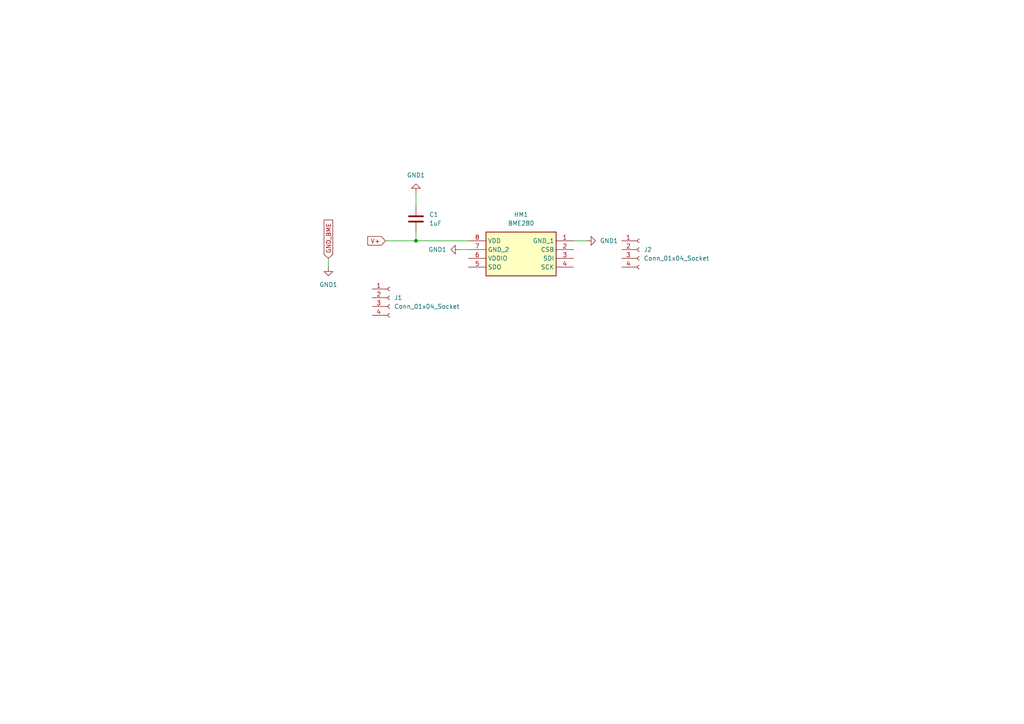
<source format=kicad_sch>
(kicad_sch (version 20231120) (generator "eeschema") (generator_version "8.0")
  (paper "A4")
  (lib_symbols
    (symbol "BME280_sym:BME280"
      (property "Reference" "HM" (at 26.67 7.62 0))
      (property "Value" "BME280" (at 26.67 5.08 0))
      (symbol "BME280_1_1"
        (rectangle (start 5.08 2.54) (end 25.4 -10.16) (stroke (width 0.254)) (fill (type background)))
        (pin power_in line (at 30.48 0 180) (length 5.08) (name "GND_1") (number "1"))
        (pin input line (at 30.48 -2.54 180) (length 5.08) (name "CSB") (number "2"))
        (pin passive line (at 30.48 -5.08 180) (length 5.08) (name "SDI") (number "3"))
        (pin passive line (at 30.48 -7.62 180) (length 5.08) (name "SCK") (number "4"))
        (pin passive line (at 0 -7.62 0) (length 5.08) (name "SDO") (number "5"))
        (pin power_in line (at 0 -5.08 0) (length 5.08) (name "VDDIO") (number "6"))
        (pin power_in line (at 0 -2.54 0) (length 5.08) (name "GND_2") (number "7"))
        (pin power_in line (at 0 0 0) (length 5.08) (name "VDD") (number "8"))
      )
    )
    (symbol "Connector:Conn_01x04_Socket" (pin_names (offset 1.016) hide)
      (property "Reference" "J" (at 0 5.08 0))
      (property "Value" "Conn_01x04_Socket" (at 0 -7.62 0))
      (symbol "Conn_01x04_Socket_1_1"
        (arc (start 0 -4.572) (mid -0.5058 -5.08) (end 0 -5.588) (stroke (width 0.1524)))
        (arc (start 0 -2.032) (mid -0.5058 -2.54) (end 0 -3.048) (stroke (width 0.1524)))
        (polyline (pts (xy -1.27 -5.08) (xy -0.508 -5.08)) (stroke (width 0.1524)))
        (polyline (pts (xy -1.27 -2.54) (xy -0.508 -2.54)) (stroke (width 0.1524)))
        (polyline (pts (xy -1.27 0) (xy -0.508 0)) (stroke (width 0.1524)))
        (polyline (pts (xy -1.27 2.54) (xy -0.508 2.54)) (stroke (width 0.1524)))
        (arc (start 0 0.508) (mid -0.5058 0) (end 0 -0.508) (stroke (width 0.1524)))
        (arc (start 0 3.048) (mid -0.5058 2.54) (end 0 2.032) (stroke (width 0.1524)))
        (pin passive line (at -5.08 2.54 0) (length 3.81) (name "Pin_1") (number "1"))
        (pin passive line (at -5.08 0 0) (length 3.81) (name "Pin_2") (number "2"))
        (pin passive line (at -5.08 -2.54 0) (length 3.81) (name "Pin_3") (number "3"))
        (pin passive line (at -5.08 -5.08 0) (length 3.81) (name "Pin_4") (number "4"))
      )
    )
    (symbol "Device:C" (pin_numbers hide) (pin_names (offset 0.254))
      (property "Reference" "C" (at 0.635 2.54 0))
      (property "Value" "C" (at 0.635 -2.54 0))
      (symbol "C_0_1"
        (polyline (pts (xy -2.032 -0.762) (xy 2.032 -0.762)) (stroke (width 0.508)))
        (polyline (pts (xy -2.032 0.762) (xy 2.032 0.762)) (stroke (width 0.508)))
      )
      (symbol "C_1_1"
        (pin passive line (at 0 3.81 270) (length 2.794) (name "~") (number "1"))
        (pin passive line (at 0 -3.81 90) (length 2.794) (name "~") (number "2"))
      )
    )
    (symbol "power:GND1" (power) (pin_numbers hide) (pin_names (offset 0) hide)
      (property "Value" "GND1" (at 0 -3.81 0))
      (symbol "GND1_0_1"
        (polyline (pts (xy 0 0) (xy 0 -1.27) (xy 1.27 -1.27) (xy 0 -2.54) (xy -1.27 -1.27) (xy 0 -1.27)))
      )
      (symbol "GND1_1_1"
        (pin power_in line (at 0 0 270) (length 0) (name "~") (number "1"))
      )
    )
  )
  (junction (at 120.65 69.85))
  (wire (pts (xy 120.65 55.88) (xy 120.65 59.69)))
  (wire (pts (xy 95.25 74.93) (xy 95.25 77.47)))
  (wire (pts (xy 120.65 69.85) (xy 135.89 69.85)))
  (wire (pts (xy 166.37 69.85) (xy 170.18 69.85)))
  (wire (pts (xy 133.35 72.39) (xy 135.89 72.39)))
  (wire (pts (xy 111.76 69.85) (xy 120.65 69.85)))
  (wire (pts (xy 120.65 67.31) (xy 120.65 69.85)))
  (global_label "GND_BME" (shape input) (at 95.25 74.93 90) (property "Intersheetrefs" "${INTERSHEET_REFS}" (effects (hide yes))))
  (global_label "V+" (shape input) (at 111.76 69.85 180) (property "Intersheetrefs" "${INTERSHEET_REFS}" (effects (hide yes))))
  (symbol (lib_id "power:GND1") (at 120.65 55.88 180) (unit 1)
    (property "Reference" "#PWR02" (effects (hide yes)))
    (property "Value" "GND1" (at 120.65 50.8 0))
    (property "Description" "Power symbol creates a global label with name \"GND1\" , ground" (effects (hide yes)))
  )
  (symbol (lib_id "BME280_sym:BME280") (at 135.89 69.85 0) (unit 1)
    (property "Reference" "HM1" (at 151.13 62.23 0))
    (property "Value" "BME280" (at 151.13 64.77 0))
    (property "Footprint" "BME280_foot:BME280" (effects (hide yes)))
    (property "Datasheet" "https://datasheet.datasheetarchive.com/originals/distributors/DKDS-24/462906.pdf" (effects (hide yes)))
    (property "Description" "Board Mount Humidity Sensors" (effects (hide yes)))
    (property "Mouser Part Number" "262-BME280" (effects (hide yes)))
    (property "Mouser Price/Stock" "https://www.mouser.co.uk/ProductDetail/Bosch-Sensortec/BME280?qs=2OnyuXx6vpj2fK9HX7qb3g%3D%3D" (effects (hide yes)))
    (property "Manufacturer_Name" "BOSCH" (effects (hide yes)))
    (property "Manufacturer_Part_Number" "BME280" (effects (hide yes)))
  )
  (symbol (lib_id "Device:C") (at 120.65 63.5 180) (unit 1)
    (property "Reference" "C1" (at 124.46 62.2299 0) (effects (justify right)))
    (property "Value" "1uF" (at 124.46 64.7699 0) (effects (justify right)))
    (property "Footprint" "Capacitor_SMD:C_0402_1005Metric_Pad0.74x0.62mm_HandSolder" (effects (hide yes)))
    (property "Description" "Unpolarized capacitor" (effects (hide yes)))
  )
  (symbol (lib_id "Connector:Conn_01x04_Socket") (at 113.03 86.36 0) (unit 1)
    (property "Reference" "J1" (at 114.3 86.3599 0) (effects (justify left)))
    (property "Value" "Conn_01x04_Socket" (at 114.3 88.8999 0) (effects (justify left)))
    (property "Footprint" "Connector_PinSocket_2.00mm:PinSocket_1x04_P2.00mm_Vertical" (effects (hide yes)))
    (property "Description" "Generic connector, single row, 01x04, script generated" (effects (hide yes)))
  )
  (symbol (lib_id "Connector:Conn_01x04_Socket") (at 185.42 72.39 0) (unit 1)
    (property "Reference" "J2" (at 186.69 72.3899 0) (effects (justify left)))
    (property "Value" "Conn_01x04_Socket" (at 186.69 74.9299 0) (effects (justify left)))
    (property "Footprint" "Connector_PinSocket_2.00mm:PinSocket_1x04_P2.00mm_Vertical" (effects (hide yes)))
    (property "Description" "Generic connector, single row, 01x04, script generated" (effects (hide yes)))
  )
  (symbol (lib_id "power:GND1") (at 133.35 72.39 270) (unit 1)
    (property "Reference" "#PWR03" (effects (hide yes)))
    (property "Value" "GND1" (at 129.54 72.3899 90) (effects (justify right)))
    (property "Description" "Power symbol creates a global label with name \"GND1\" , ground" (effects (hide yes)))
  )
  (symbol (lib_id "power:GND1") (at 95.25 77.47 0) (unit 1)
    (property "Reference" "#PWR01" (effects (hide yes)))
    (property "Value" "GND1" (at 95.25 82.55 0))
    (property "Description" "Power symbol creates a global label with name \"GND1\" , ground" (effects (hide yes)))
  )
  (symbol (lib_id "power:GND1") (at 170.18 69.85 90) (unit 1)
    (property "Reference" "#PWR04" (effects (hide yes)))
    (property "Value" "GND1" (at 173.99 69.8499 90) (effects (justify right)))
    (property "Description" "Power symbol creates a global label with name \"GND1\" , ground" (effects (hide yes)))
  )
)
</source>
